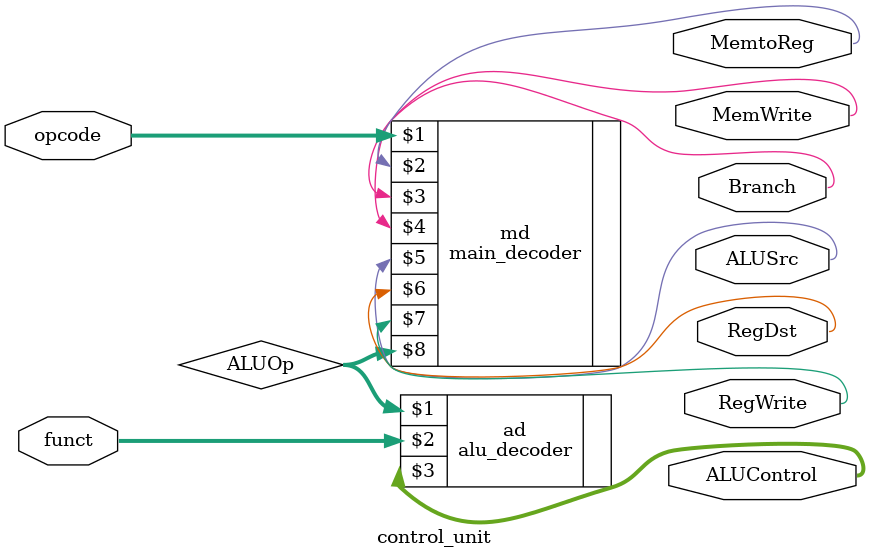
<source format=v>
module control_unit(
	input [5:0] opcode, funct,
	output MemtoReg, MemWrite, Branch, ALUSrc, RegDst, RegWrite,
 	output [2:0] ALUControl
);

	wire [1:0] ALUOp;

	main_decoder md(opcode, MemtoReg, MemWrite, Branch, ALUSrc, RegDst, RegWrite, ALUOp);
	alu_decoder ad(ALUOp, funct, ALUControl);

endmodule

</source>
